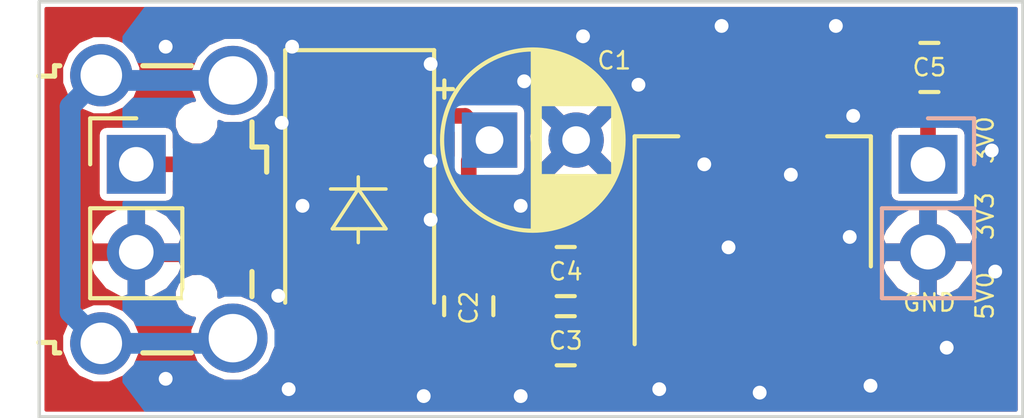
<source format=kicad_pcb>
(kicad_pcb (version 20171130) (host pcbnew "(5.0.1-3-g963ef8bb5)")

  (general
    (thickness 1.6)
    (drawings 14)
    (tracks 58)
    (zones 0)
    (modules 10)
    (nets 5)
  )

  (page A4)
  (layers
    (0 F.Cu signal)
    (31 B.Cu signal)
    (32 B.Adhes user hide)
    (33 F.Adhes user hide)
    (34 B.Paste user hide)
    (35 F.Paste user hide)
    (36 B.SilkS user)
    (37 F.SilkS user)
    (38 B.Mask user hide)
    (39 F.Mask user hide)
    (40 Dwgs.User user)
    (41 Cmts.User user)
    (42 Eco1.User user)
    (43 Eco2.User user)
    (44 Edge.Cuts user)
    (45 Margin user)
    (46 B.CrtYd user)
    (47 F.CrtYd user)
    (48 B.Fab user)
    (49 F.Fab user)
  )

  (setup
    (last_trace_width 0.45)
    (trace_clearance 0.2)
    (zone_clearance 0.1)
    (zone_45_only yes)
    (trace_min 0.2)
    (segment_width 0.1)
    (edge_width 0.1)
    (via_size 0.8)
    (via_drill 0.4)
    (via_min_size 0.4)
    (via_min_drill 0.3)
    (uvia_size 0.3)
    (uvia_drill 0.1)
    (uvias_allowed no)
    (uvia_min_size 0.2)
    (uvia_min_drill 0.1)
    (pcb_text_width 0.3)
    (pcb_text_size 1.5 1.5)
    (mod_edge_width 0.15)
    (mod_text_size 1 1)
    (mod_text_width 0.15)
    (pad_size 2 1.5)
    (pad_drill 0)
    (pad_to_mask_clearance 0.0508)
    (solder_mask_min_width 0.25)
    (aux_axis_origin 0 0)
    (visible_elements FFFFFF7F)
    (pcbplotparams
      (layerselection 0x010fc_ffffffff)
      (usegerberextensions false)
      (usegerberattributes false)
      (usegerberadvancedattributes false)
      (creategerberjobfile false)
      (excludeedgelayer true)
      (linewidth 0.100000)
      (plotframeref false)
      (viasonmask false)
      (mode 1)
      (useauxorigin false)
      (hpglpennumber 1)
      (hpglpenspeed 20)
      (hpglpendiameter 15.000000)
      (psnegative false)
      (psa4output false)
      (plotreference true)
      (plotvalue true)
      (plotinvisibletext false)
      (padsonsilk false)
      (subtractmaskfromsilk false)
      (outputformat 1)
      (mirror false)
      (drillshape 1)
      (scaleselection 1)
      (outputdirectory ""))
  )

  (net 0 "")
  (net 1 "Net-(C1-Pad1)")
  (net 2 GND)
  (net 3 "Net-(C5-Pad1)")
  (net 4 "Net-(SHIELD1-Pad1)")

  (net_class Default "This is the default net class."
    (clearance 0.2)
    (trace_width 0.45)
    (via_dia 0.8)
    (via_drill 0.4)
    (uvia_dia 0.3)
    (uvia_drill 0.1)
    (add_net GND)
    (add_net "Net-(C1-Pad1)")
    (add_net "Net-(C5-Pad1)")
    (add_net "Net-(SHIELD1-Pad1)")
  )

  (module Package_TO_SOT_SMD:SOT-223-3_TabPin2 (layer F.Cu) (tedit 5C5F0077) (tstamp 5C10BCF1)
    (at 141.7 119.8 90)
    (descr "module CMS SOT223 4 pins")
    (tags "CMS SOT")
    (path /5B60B014)
    (attr smd)
    (fp_text reference U1 (at 0 -4.5 90) (layer F.SilkS) hide
      (effects (font (size 0.5 0.5) (thickness 0.07)))
    )
    (fp_text value LDL1117S (at 0 4.5 90) (layer F.Fab) hide
      (effects (font (size 1 1) (thickness 0.15)))
    )
    (fp_text user %R (at 0 0 -180) (layer F.Fab) hide
      (effects (font (size 0.8 0.8) (thickness 0.12)))
    )
    (fp_line (start 1.91 3.41) (end 1.91 2.15) (layer F.SilkS) (width 0.12))
    (fp_line (start 1.91 -3.41) (end 1.91 -2.15) (layer F.SilkS) (width 0.12))
    (fp_line (start 4.4 -3.6) (end -4.4 -3.6) (layer F.CrtYd) (width 0.05))
    (fp_line (start 4.4 3.6) (end 4.4 -3.6) (layer F.CrtYd) (width 0.05))
    (fp_line (start -4.4 3.6) (end 4.4 3.6) (layer F.CrtYd) (width 0.05))
    (fp_line (start -4.4 -3.6) (end -4.4 3.6) (layer F.CrtYd) (width 0.05))
    (fp_line (start -1.85 -2.35) (end -0.85 -3.35) (layer F.Fab) (width 0.1))
    (fp_line (start -1.85 -2.35) (end -1.85 3.35) (layer F.Fab) (width 0.1))
    (fp_line (start -1.85 3.41) (end 1.91 3.41) (layer F.SilkS) (width 0.12))
    (fp_line (start -0.85 -3.35) (end 1.85 -3.35) (layer F.Fab) (width 0.1))
    (fp_line (start -4.1 -3.41) (end 1.91 -3.41) (layer F.SilkS) (width 0.12))
    (fp_line (start -1.85 3.35) (end 1.85 3.35) (layer F.Fab) (width 0.1))
    (fp_line (start 1.85 -3.35) (end 1.85 3.35) (layer F.Fab) (width 0.1))
    (pad 2 smd rect (at 3.15 0 90) (size 2 3.8) (layers F.Cu F.Paste F.Mask)
      (net 3 "Net-(C5-Pad1)"))
    (pad 2 smd rect (at -3.15 0 90) (size 2 1.5) (layers F.Cu F.Paste F.Mask))
    (pad 3 smd rect (at -3.15 2.3 90) (size 2 1.5) (layers F.Cu F.Paste F.Mask)
      (net 1 "Net-(C1-Pad1)"))
    (pad 1 smd rect (at -3.15 -2.3 90) (size 2 1.5) (layers F.Cu F.Paste F.Mask)
      (net 2 GND))
    (model ${KISYS3DMOD}/Package_TO_SOT_SMD.3dshapes/SOT-223.wrl
      (at (xyz 0 0 0))
      (scale (xyz 1 1 1))
      (rotate (xyz 0 0 0))
    )
  )

  (module Capacitor_SMD:C_0805_2012Metric_Pad1.15x1.40mm_HandSolder (layer F.Cu) (tedit 5C04FFFB) (tstamp 5C20491B)
    (at 136.3 121.8)
    (descr "Capacitor SMD 0805 (2012 Metric), square (rectangular) end terminal, IPC_7351 nominal with elongated pad for handsoldering. (Body size source: https://docs.google.com/spreadsheets/d/1BsfQQcO9C6DZCsRaXUlFlo91Tg2WpOkGARC1WS5S8t0/edit?usp=sharing), generated with kicad-footprint-generator")
    (tags "capacitor handsolder")
    (path /5B5E124E)
    (attr smd)
    (fp_text reference C4 (at 0 0 -180) (layer F.SilkS)
      (effects (font (size 0.5 0.5) (thickness 0.07)))
    )
    (fp_text value 1nF (at 0 1.65) (layer F.Fab) hide
      (effects (font (size 1 1) (thickness 0.15)))
    )
    (fp_text user %R (at 0 0) (layer F.Fab) hide
      (effects (font (size 0.5 0.5) (thickness 0.08)))
    )
    (fp_line (start 1.85 0.95) (end -1.85 0.95) (layer F.CrtYd) (width 0.05))
    (fp_line (start 1.85 -0.95) (end 1.85 0.95) (layer F.CrtYd) (width 0.05))
    (fp_line (start -1.85 -0.95) (end 1.85 -0.95) (layer F.CrtYd) (width 0.05))
    (fp_line (start -1.85 0.95) (end -1.85 -0.95) (layer F.CrtYd) (width 0.05))
    (fp_line (start -0.261252 0.71) (end 0.261252 0.71) (layer F.SilkS) (width 0.12))
    (fp_line (start -0.261252 -0.71) (end 0.261252 -0.71) (layer F.SilkS) (width 0.12))
    (fp_line (start 1 0.6) (end -1 0.6) (layer F.Fab) (width 0.1))
    (fp_line (start 1 -0.6) (end 1 0.6) (layer F.Fab) (width 0.1))
    (fp_line (start -1 -0.6) (end 1 -0.6) (layer F.Fab) (width 0.1))
    (fp_line (start -1 0.6) (end -1 -0.6) (layer F.Fab) (width 0.1))
    (pad 2 smd roundrect (at 1.025 0) (size 1.15 1.4) (layers F.Cu F.Paste F.Mask) (roundrect_rratio 0.217391)
      (net 2 GND))
    (pad 1 smd roundrect (at -1.025 0) (size 1.15 1.4) (layers F.Cu F.Paste F.Mask) (roundrect_rratio 0.217391)
      (net 1 "Net-(C1-Pad1)"))
    (model ${KISYS3DMOD}/Capacitor_SMD.3dshapes/C_0805_2012Metric.wrl
      (at (xyz 0 0 0))
      (scale (xyz 1 1 1))
      (rotate (xyz 0 0 0))
    )
  )

  (module Connector_PinHeader_2.54mm:PinHeader_1x02_P2.54mm_Vertical locked (layer B.Cu) (tedit 5C051B29) (tstamp 5C10BC9D)
    (at 146.76 118.7 180)
    (descr "Through hole straight pin header, 1x02, 2.54mm pitch, single row")
    (tags "Through hole pin header THT 1x02 2.54mm single row")
    (path /5B5E164D)
    (fp_text reference POWER1 (at 0 1.8 180) (layer B.SilkS) hide
      (effects (font (size 0.5 0.5) (thickness 0.07)) (justify mirror))
    )
    (fp_text value Conn_01x02_Female (at 0 -4.87 180) (layer B.Fab) hide
      (effects (font (size 1 1) (thickness 0.15)) (justify mirror))
    )
    (fp_line (start -0.635 1.27) (end 1.27 1.27) (layer B.Fab) (width 0.1))
    (fp_line (start 1.27 1.27) (end 1.27 -3.81) (layer B.Fab) (width 0.1))
    (fp_line (start 1.27 -3.81) (end -1.27 -3.81) (layer B.Fab) (width 0.1))
    (fp_line (start -1.27 -3.81) (end -1.27 0.635) (layer B.Fab) (width 0.1))
    (fp_line (start -1.27 0.635) (end -0.635 1.27) (layer B.Fab) (width 0.1))
    (fp_line (start -1.33 -3.87) (end 1.33 -3.87) (layer B.SilkS) (width 0.12))
    (fp_line (start -1.33 -1.27) (end -1.33 -3.87) (layer B.SilkS) (width 0.12))
    (fp_line (start 1.33 -1.27) (end 1.33 -3.87) (layer B.SilkS) (width 0.12))
    (fp_line (start -1.33 -1.27) (end 1.33 -1.27) (layer B.SilkS) (width 0.12))
    (fp_line (start -1.33 0) (end -1.33 1.33) (layer B.SilkS) (width 0.12))
    (fp_line (start -1.33 1.33) (end 0 1.33) (layer B.SilkS) (width 0.12))
    (fp_line (start -1.8 1.8) (end -1.8 -4.35) (layer B.CrtYd) (width 0.05))
    (fp_line (start -1.8 -4.35) (end 1.8 -4.35) (layer B.CrtYd) (width 0.05))
    (fp_line (start 1.8 -4.35) (end 1.8 1.8) (layer B.CrtYd) (width 0.05))
    (fp_line (start 1.8 1.8) (end -1.8 1.8) (layer B.CrtYd) (width 0.05))
    (fp_text user %R (at 0 -1.27 90) (layer B.Fab) hide
      (effects (font (size 1 1) (thickness 0.15)) (justify mirror))
    )
    (pad 1 thru_hole rect (at 0 0 180) (size 1.7 1.7) (drill 1) (layers *.Cu *.Mask)
      (net 3 "Net-(C5-Pad1)"))
    (pad 2 thru_hole oval (at 0 -2.54 180) (size 1.7 1.7) (drill 1) (layers *.Cu *.Mask)
      (net 2 GND))
    (model ${KISYS3DMOD}/Connector_PinHeader_2.54mm.3dshapes/PinHeader_1x02_P2.54mm_Vertical.wrl
      (at (xyz 0 0 0))
      (scale (xyz 1 1 1))
      (rotate (xyz 0 0 0))
    )
  )

  (module Capacitor_SMD:C_0805_2012Metric_Pad1.15x1.40mm_HandSolder (layer F.Cu) (tedit 5C0460DC) (tstamp 5C10BC85)
    (at 146.8 115.9)
    (descr "Capacitor SMD 0805 (2012 Metric), square (rectangular) end terminal, IPC_7351 nominal with elongated pad for handsoldering. (Body size source: https://docs.google.com/spreadsheets/d/1BsfQQcO9C6DZCsRaXUlFlo91Tg2WpOkGARC1WS5S8t0/edit?usp=sharing), generated with kicad-footprint-generator")
    (tags "capacitor handsolder")
    (path /5B60C803)
    (attr smd)
    (fp_text reference C5 (at 0 0) (layer F.SilkS)
      (effects (font (size 0.5 0.5) (thickness 0.07)))
    )
    (fp_text value 4.7uF (at 0 1.65) (layer F.Fab) hide
      (effects (font (size 1 1) (thickness 0.15)))
    )
    (fp_line (start -1 0.6) (end -1 -0.6) (layer F.Fab) (width 0.1))
    (fp_line (start -1 -0.6) (end 1 -0.6) (layer F.Fab) (width 0.1))
    (fp_line (start 1 -0.6) (end 1 0.6) (layer F.Fab) (width 0.1))
    (fp_line (start 1 0.6) (end -1 0.6) (layer F.Fab) (width 0.1))
    (fp_line (start -0.261252 -0.71) (end 0.261252 -0.71) (layer F.SilkS) (width 0.12))
    (fp_line (start -0.261252 0.71) (end 0.261252 0.71) (layer F.SilkS) (width 0.12))
    (fp_line (start -1.85 0.95) (end -1.85 -0.95) (layer F.CrtYd) (width 0.05))
    (fp_line (start -1.85 -0.95) (end 1.85 -0.95) (layer F.CrtYd) (width 0.05))
    (fp_line (start 1.85 -0.95) (end 1.85 0.95) (layer F.CrtYd) (width 0.05))
    (fp_line (start 1.85 0.95) (end -1.85 0.95) (layer F.CrtYd) (width 0.05))
    (fp_text user %R (at 0 0) (layer F.Fab) hide
      (effects (font (size 0.5 0.5) (thickness 0.08)))
    )
    (pad 1 smd roundrect (at -1.025 0) (size 1.15 1.4) (layers F.Cu F.Paste F.Mask) (roundrect_rratio 0.217391)
      (net 3 "Net-(C5-Pad1)"))
    (pad 2 smd roundrect (at 1.025 0) (size 1.15 1.4) (layers F.Cu F.Paste F.Mask) (roundrect_rratio 0.217391)
      (net 2 GND))
    (model ${KISYS3DMOD}/Capacitor_SMD.3dshapes/C_0805_2012Metric.wrl
      (at (xyz 0 0 0))
      (scale (xyz 1 1 1))
      (rotate (xyz 0 0 0))
    )
  )

  (module Diode_SMD:D_SMB_Handsoldering (layer F.Cu) (tedit 5C045B9E) (tstamp 5C10BC86)
    (at 130.35 120 270)
    (descr "Diode SMB (DO-214AA) Handsoldering")
    (tags "Diode SMB (DO-214AA) Handsoldering")
    (path /5B5E135C)
    (attr smd)
    (fp_text reference D1 (at 0 -3 270) (layer F.SilkS) hide
      (effects (font (size 1 1) (thickness 0.15)))
    )
    (fp_text value D_TVS (at 0 3 270) (layer F.Fab) hide
      (effects (font (size 1 1) (thickness 0.15)))
    )
    (fp_text user %R (at 0 -3 270) (layer F.Fab) hide
      (effects (font (size 1 1) (thickness 0.15)))
    )
    (fp_line (start -4.6 -2.15) (end -4.6 2.15) (layer F.SilkS) (width 0.12))
    (fp_line (start 2.3 2) (end -2.3 2) (layer F.Fab) (width 0.1))
    (fp_line (start -2.3 2) (end -2.3 -2) (layer F.Fab) (width 0.1))
    (fp_line (start 2.3 -2) (end 2.3 2) (layer F.Fab) (width 0.1))
    (fp_line (start 2.3 -2) (end -2.3 -2) (layer F.Fab) (width 0.1))
    (fp_line (start -4.7 -2.25) (end 4.7 -2.25) (layer F.CrtYd) (width 0.05))
    (fp_line (start 4.7 -2.25) (end 4.7 2.25) (layer F.CrtYd) (width 0.05))
    (fp_line (start 4.7 2.25) (end -4.7 2.25) (layer F.CrtYd) (width 0.05))
    (fp_line (start -4.7 2.25) (end -4.7 -2.25) (layer F.CrtYd) (width 0.05))
    (fp_line (start -0.64944 0.00102) (end -1.55114 0.00102) (layer F.Fab) (width 0.1))
    (fp_line (start 0.50118 0.00102) (end 1.4994 0.00102) (layer F.Fab) (width 0.1))
    (fp_line (start -0.64944 -0.79908) (end -0.64944 0.80112) (layer F.Fab) (width 0.1))
    (fp_line (start 0.50118 0.75032) (end 0.50118 -0.79908) (layer F.Fab) (width 0.1))
    (fp_line (start -0.64944 0.00102) (end 0.50118 0.75032) (layer F.Fab) (width 0.1))
    (fp_line (start -0.64944 0.00102) (end 0.50118 -0.79908) (layer F.Fab) (width 0.1))
    (fp_line (start -4.6 2.15) (end 2.7 2.15) (layer F.SilkS) (width 0.12))
    (fp_line (start -4.6 -2.15) (end 2.7 -2.15) (layer F.SilkS) (width 0.12))
    (pad 1 smd rect (at -2.7 0 270) (size 3.5 2.3) (layers F.Cu F.Paste F.Mask)
      (net 1 "Net-(C1-Pad1)"))
    (pad 2 smd rect (at 2.7 0 270) (size 3.5 2.3) (layers F.Cu F.Paste F.Mask)
      (net 2 GND))
    (model ${KISYS3DMOD}/Diode_SMD.3dshapes/D_SMB.wrl
      (at (xyz 0 0 0))
      (scale (xyz 1 1 1))
      (rotate (xyz 0 0 0))
    )
  )

  (module Connector_USB:USB_Micro-B_Wuerth_629105150521_CircularHoles locked (layer F.Cu) (tedit 5C268D52) (tstamp 5C10BCF2)
    (at 124.841 120 270)
    (descr "USB Micro-B receptacle, http://www.mouser.com/ds/2/445/629105150521-469306.pdf")
    (tags "usb micro receptacle")
    (path /5B5E189A)
    (attr smd)
    (fp_text reference USB1 (at 4 0.091 270) (layer F.SilkS) hide
      (effects (font (size 1 1) (thickness 0.15)))
    )
    (fp_text value Wuerth_629105150521 (at 0 5.6 270) (layer F.Fab) hide
      (effects (font (size 1 1) (thickness 0.15)))
    )
    (fp_line (start -4 -2.25) (end -4 3.15) (layer F.Fab) (width 0.15))
    (fp_line (start -4 3.15) (end -3.7 3.15) (layer F.Fab) (width 0.15))
    (fp_line (start -3.7 3.15) (end -3.7 4.35) (layer F.Fab) (width 0.15))
    (fp_line (start -3.7 4.35) (end 3.7 4.35) (layer F.Fab) (width 0.15))
    (fp_line (start 3.7 4.35) (end 3.7 3.15) (layer F.Fab) (width 0.15))
    (fp_line (start 3.7 3.15) (end 4 3.15) (layer F.Fab) (width 0.15))
    (fp_line (start 4 3.15) (end 4 -2.25) (layer F.Fab) (width 0.15))
    (fp_line (start 4 -2.25) (end -4 -2.25) (layer F.Fab) (width 0.15))
    (fp_line (start -2.7 3.75) (end 2.7 3.75) (layer F.Fab) (width 0.15))
    (fp_line (start -1.075 -2.725) (end -1.3 -2.55) (layer F.Fab) (width 0.15))
    (fp_line (start -1.3 -2.55) (end -1.525 -2.725) (layer F.Fab) (width 0.15))
    (fp_line (start -1.525 -2.725) (end -1.525 -2.95) (layer F.Fab) (width 0.15))
    (fp_line (start -1.525 -2.95) (end -1.075 -2.95) (layer F.Fab) (width 0.15))
    (fp_line (start -1.075 -2.95) (end -1.075 -2.725) (layer F.Fab) (width 0.15))
    (fp_line (start -4.15 -0.65) (end -4.15 0.75) (layer F.SilkS) (width 0.15))
    (fp_line (start -4.15 3.15) (end -4.15 3.3) (layer F.SilkS) (width 0.15))
    (fp_line (start -4.15 3.3) (end -3.85 3.3) (layer F.SilkS) (width 0.15))
    (fp_line (start -3.85 3.3) (end -3.85 3.75) (layer F.SilkS) (width 0.15))
    (fp_line (start 3.85 3.75) (end 3.85 3.3) (layer F.SilkS) (width 0.15))
    (fp_line (start 3.85 3.3) (end 4.15 3.3) (layer F.SilkS) (width 0.15))
    (fp_line (start 4.15 3.3) (end 4.15 3.15) (layer F.SilkS) (width 0.15))
    (fp_line (start 4.15 0.75) (end 4.15 -0.65) (layer F.SilkS) (width 0.15))
    (fp_line (start -1.075 -2.825) (end -1.8 -2.825) (layer F.SilkS) (width 0.15))
    (fp_line (start -1.8 -2.825) (end -1.8 -2.4) (layer F.SilkS) (width 0.15))
    (fp_line (start -1.8 -2.4) (end -2.525 -2.4) (layer F.SilkS) (width 0.15))
    (fp_line (start 1.8 -2.4) (end 2.525 -2.4) (layer F.SilkS) (width 0.15))
    (fp_line (start -5.27 -3.34) (end -5.27 4.85) (layer F.CrtYd) (width 0.05))
    (fp_line (start -5.27 4.85) (end 5.28 4.85) (layer F.CrtYd) (width 0.05))
    (fp_line (start 5.28 4.85) (end 5.28 -3.34) (layer F.CrtYd) (width 0.05))
    (fp_line (start 5.28 -3.34) (end -5.27 -3.34) (layer F.CrtYd) (width 0.05))
    (fp_text user %R (at 0 1.05 270) (layer F.Fab) hide
      (effects (font (size 1 1) (thickness 0.15)))
    )
    (fp_text user "PCB Edge" (at 0 3.75 270) (layer Dwgs.User)
      (effects (font (size 0.5 0.5) (thickness 0.08)))
    )
    (pad 1 smd rect (at -1.3 -1.9 270) (size 0.45 1.3) (layers F.Cu F.Paste F.Mask)
      (net 1 "Net-(C1-Pad1)"))
    (pad 2 smd rect (at -0.65 -1.9 270) (size 0.45 1.3) (layers F.Cu F.Paste F.Mask))
    (pad 3 smd rect (at 0 -1.9 270) (size 0.45 1.3) (layers F.Cu F.Paste F.Mask))
    (pad 4 smd rect (at 0.65 -1.9 270) (size 0.45 1.3) (layers F.Cu F.Paste F.Mask))
    (pad 5 smd rect (at 1.3 -1.9 270) (size 0.45 1.3) (layers F.Cu F.Paste F.Mask)
      (net 2 GND))
    (pad 6 thru_hole circle (at -3.725 -1.85 270) (size 2 2) (drill 1.4) (layers *.Cu *.Mask)
      (net 4 "Net-(SHIELD1-Pad1)"))
    (pad 6 thru_hole circle (at 3.725 -1.85 270) (size 2 2) (drill 1.4) (layers *.Cu *.Mask)
      (net 4 "Net-(SHIELD1-Pad1)"))
    (pad 6 thru_hole circle (at -3.875 1.95 270) (size 1.8 1.8) (drill 1.2) (layers *.Cu *.Mask)
      (net 4 "Net-(SHIELD1-Pad1)"))
    (pad 6 thru_hole circle (at 3.875 1.95 270) (size 1.8 1.8) (drill 1.2) (layers *.Cu *.Mask)
      (net 4 "Net-(SHIELD1-Pad1)"))
    (pad "" np_thru_hole circle (at -2.5 -0.8 270) (size 0.8 0.8) (drill 0.8) (layers *.Cu *.Mask))
    (pad "" np_thru_hole circle (at 2.5 -0.8 270) (size 0.8 0.8) (drill 0.8) (layers *.Cu *.Mask))
    (model ${KISYS3DMOD}/Connector_USB.3dshapes/USB_Micro-B_Wuerth_629105150521_CircularHoles.wrl
      (at (xyz 0 0 0))
      (scale (xyz 1 1 1))
      (rotate (xyz 0 0 0))
    )
  )

  (module Capacitor_SMD:C_0805_2012Metric_Pad1.15x1.40mm_HandSolder (layer F.Cu) (tedit 5C04F1B7) (tstamp 5C2048FB)
    (at 133.5 122.8 270)
    (descr "Capacitor SMD 0805 (2012 Metric), square (rectangular) end terminal, IPC_7351 nominal with elongated pad for handsoldering. (Body size source: https://docs.google.com/spreadsheets/d/1BsfQQcO9C6DZCsRaXUlFlo91Tg2WpOkGARC1WS5S8t0/edit?usp=sharing), generated with kicad-footprint-generator")
    (tags "capacitor handsolder")
    (path /5C0465F8)
    (attr smd)
    (fp_text reference C2 (at 0.05 0 270) (layer F.SilkS)
      (effects (font (size 0.5 0.5) (thickness 0.07)))
    )
    (fp_text value 1uF (at 0 1.65 270) (layer F.Fab) hide
      (effects (font (size 1 1) (thickness 0.15)))
    )
    (fp_text user %R (at 0 0 270) (layer F.Fab) hide
      (effects (font (size 0.5 0.5) (thickness 0.08)))
    )
    (fp_line (start 1.85 0.95) (end -1.85 0.95) (layer F.CrtYd) (width 0.05))
    (fp_line (start 1.85 -0.95) (end 1.85 0.95) (layer F.CrtYd) (width 0.05))
    (fp_line (start -1.85 -0.95) (end 1.85 -0.95) (layer F.CrtYd) (width 0.05))
    (fp_line (start -1.85 0.95) (end -1.85 -0.95) (layer F.CrtYd) (width 0.05))
    (fp_line (start -0.261252 0.71) (end 0.261252 0.71) (layer F.SilkS) (width 0.12))
    (fp_line (start -0.261252 -0.71) (end 0.261252 -0.71) (layer F.SilkS) (width 0.12))
    (fp_line (start 1 0.6) (end -1 0.6) (layer F.Fab) (width 0.1))
    (fp_line (start 1 -0.6) (end 1 0.6) (layer F.Fab) (width 0.1))
    (fp_line (start -1 -0.6) (end 1 -0.6) (layer F.Fab) (width 0.1))
    (fp_line (start -1 0.6) (end -1 -0.6) (layer F.Fab) (width 0.1))
    (pad 2 smd roundrect (at 1.025 0 270) (size 1.15 1.4) (layers F.Cu F.Paste F.Mask) (roundrect_rratio 0.217391)
      (net 2 GND))
    (pad 1 smd roundrect (at -1.025 0 270) (size 1.15 1.4) (layers F.Cu F.Paste F.Mask) (roundrect_rratio 0.217391)
      (net 1 "Net-(C1-Pad1)"))
    (model ${KISYS3DMOD}/Capacitor_SMD.3dshapes/C_0805_2012Metric.wrl
      (at (xyz 0 0 0))
      (scale (xyz 1 1 1))
      (rotate (xyz 0 0 0))
    )
  )

  (module Capacitor_SMD:C_0805_2012Metric_Pad1.15x1.40mm_HandSolder (layer F.Cu) (tedit 5C04F1B0) (tstamp 5C20490B)
    (at 136.3 123.8)
    (descr "Capacitor SMD 0805 (2012 Metric), square (rectangular) end terminal, IPC_7351 nominal with elongated pad for handsoldering. (Body size source: https://docs.google.com/spreadsheets/d/1BsfQQcO9C6DZCsRaXUlFlo91Tg2WpOkGARC1WS5S8t0/edit?usp=sharing), generated with kicad-footprint-generator")
    (tags "capacitor handsolder")
    (path /5B5E1202)
    (attr smd)
    (fp_text reference C3 (at 0 0 -180) (layer F.SilkS)
      (effects (font (size 0.5 0.5) (thickness 0.07)))
    )
    (fp_text value 100nF (at 0 1.65) (layer F.Fab) hide
      (effects (font (size 1 1) (thickness 0.15)))
    )
    (fp_text user %R (at 0 0) (layer F.Fab) hide
      (effects (font (size 0.5 0.5) (thickness 0.08)))
    )
    (fp_line (start 1.85 0.95) (end -1.85 0.95) (layer F.CrtYd) (width 0.05))
    (fp_line (start 1.85 -0.95) (end 1.85 0.95) (layer F.CrtYd) (width 0.05))
    (fp_line (start -1.85 -0.95) (end 1.85 -0.95) (layer F.CrtYd) (width 0.05))
    (fp_line (start -1.85 0.95) (end -1.85 -0.95) (layer F.CrtYd) (width 0.05))
    (fp_line (start -0.261252 0.71) (end 0.261252 0.71) (layer F.SilkS) (width 0.12))
    (fp_line (start -0.261252 -0.71) (end 0.261252 -0.71) (layer F.SilkS) (width 0.12))
    (fp_line (start 1 0.6) (end -1 0.6) (layer F.Fab) (width 0.1))
    (fp_line (start 1 -0.6) (end 1 0.6) (layer F.Fab) (width 0.1))
    (fp_line (start -1 -0.6) (end 1 -0.6) (layer F.Fab) (width 0.1))
    (fp_line (start -1 0.6) (end -1 -0.6) (layer F.Fab) (width 0.1))
    (pad 2 smd roundrect (at 1.025 0) (size 1.15 1.4) (layers F.Cu F.Paste F.Mask) (roundrect_rratio 0.217391)
      (net 2 GND))
    (pad 1 smd roundrect (at -1.025 0) (size 1.15 1.4) (layers F.Cu F.Paste F.Mask) (roundrect_rratio 0.217391)
      (net 1 "Net-(C1-Pad1)"))
    (model ${KISYS3DMOD}/Capacitor_SMD.3dshapes/C_0805_2012Metric.wrl
      (at (xyz 0 0 0))
      (scale (xyz 1 1 1))
      (rotate (xyz 0 0 0))
    )
  )

  (module Capacitor_THT:CP_Radial_D5.0mm_P2.50mm (layer F.Cu) (tedit 5C5EF651) (tstamp 5C5F5607)
    (at 134.1 118)
    (descr "CP, Radial series, Radial, pin pitch=2.50mm, , diameter=5mm, Electrolytic Capacitor")
    (tags "CP Radial series Radial pin pitch 2.50mm  diameter 5mm Electrolytic Capacitor")
    (path /5B5E11CC)
    (fp_text reference C1 (at 3.6 -2.3) (layer F.SilkS)
      (effects (font (size 0.5 0.5) (thickness 0.07)))
    )
    (fp_text value 100u (at 1.25 3.75) (layer F.Fab) hide
      (effects (font (size 1 1) (thickness 0.15)))
    )
    (fp_circle (center 1.25 0) (end 3.75 0) (layer F.Fab) (width 0.1))
    (fp_circle (center 1.25 0) (end 3.87 0) (layer F.SilkS) (width 0.12))
    (fp_circle (center 1.25 0) (end 4 0) (layer F.CrtYd) (width 0.05))
    (fp_line (start -0.883605 -1.0875) (end -0.383605 -1.0875) (layer F.Fab) (width 0.1))
    (fp_line (start -0.633605 -1.3375) (end -0.633605 -0.8375) (layer F.Fab) (width 0.1))
    (fp_line (start 1.25 -2.58) (end 1.25 2.58) (layer F.SilkS) (width 0.12))
    (fp_line (start 1.29 -2.58) (end 1.29 2.58) (layer F.SilkS) (width 0.12))
    (fp_line (start 1.33 -2.579) (end 1.33 2.579) (layer F.SilkS) (width 0.12))
    (fp_line (start 1.37 -2.578) (end 1.37 2.578) (layer F.SilkS) (width 0.12))
    (fp_line (start 1.41 -2.576) (end 1.41 2.576) (layer F.SilkS) (width 0.12))
    (fp_line (start 1.45 -2.573) (end 1.45 2.573) (layer F.SilkS) (width 0.12))
    (fp_line (start 1.49 -2.569) (end 1.49 -1.04) (layer F.SilkS) (width 0.12))
    (fp_line (start 1.49 1.04) (end 1.49 2.569) (layer F.SilkS) (width 0.12))
    (fp_line (start 1.53 -2.565) (end 1.53 -1.04) (layer F.SilkS) (width 0.12))
    (fp_line (start 1.53 1.04) (end 1.53 2.565) (layer F.SilkS) (width 0.12))
    (fp_line (start 1.57 -2.561) (end 1.57 -1.04) (layer F.SilkS) (width 0.12))
    (fp_line (start 1.57 1.04) (end 1.57 2.561) (layer F.SilkS) (width 0.12))
    (fp_line (start 1.61 -2.556) (end 1.61 -1.04) (layer F.SilkS) (width 0.12))
    (fp_line (start 1.61 1.04) (end 1.61 2.556) (layer F.SilkS) (width 0.12))
    (fp_line (start 1.65 -2.55) (end 1.65 -1.04) (layer F.SilkS) (width 0.12))
    (fp_line (start 1.65 1.04) (end 1.65 2.55) (layer F.SilkS) (width 0.12))
    (fp_line (start 1.69 -2.543) (end 1.69 -1.04) (layer F.SilkS) (width 0.12))
    (fp_line (start 1.69 1.04) (end 1.69 2.543) (layer F.SilkS) (width 0.12))
    (fp_line (start 1.73 -2.536) (end 1.73 -1.04) (layer F.SilkS) (width 0.12))
    (fp_line (start 1.73 1.04) (end 1.73 2.536) (layer F.SilkS) (width 0.12))
    (fp_line (start 1.77 -2.528) (end 1.77 -1.04) (layer F.SilkS) (width 0.12))
    (fp_line (start 1.77 1.04) (end 1.77 2.528) (layer F.SilkS) (width 0.12))
    (fp_line (start 1.81 -2.52) (end 1.81 -1.04) (layer F.SilkS) (width 0.12))
    (fp_line (start 1.81 1.04) (end 1.81 2.52) (layer F.SilkS) (width 0.12))
    (fp_line (start 1.85 -2.511) (end 1.85 -1.04) (layer F.SilkS) (width 0.12))
    (fp_line (start 1.85 1.04) (end 1.85 2.511) (layer F.SilkS) (width 0.12))
    (fp_line (start 1.89 -2.501) (end 1.89 -1.04) (layer F.SilkS) (width 0.12))
    (fp_line (start 1.89 1.04) (end 1.89 2.501) (layer F.SilkS) (width 0.12))
    (fp_line (start 1.93 -2.491) (end 1.93 -1.04) (layer F.SilkS) (width 0.12))
    (fp_line (start 1.93 1.04) (end 1.93 2.491) (layer F.SilkS) (width 0.12))
    (fp_line (start 1.971 -2.48) (end 1.971 -1.04) (layer F.SilkS) (width 0.12))
    (fp_line (start 1.971 1.04) (end 1.971 2.48) (layer F.SilkS) (width 0.12))
    (fp_line (start 2.011 -2.468) (end 2.011 -1.04) (layer F.SilkS) (width 0.12))
    (fp_line (start 2.011 1.04) (end 2.011 2.468) (layer F.SilkS) (width 0.12))
    (fp_line (start 2.051 -2.455) (end 2.051 -1.04) (layer F.SilkS) (width 0.12))
    (fp_line (start 2.051 1.04) (end 2.051 2.455) (layer F.SilkS) (width 0.12))
    (fp_line (start 2.091 -2.442) (end 2.091 -1.04) (layer F.SilkS) (width 0.12))
    (fp_line (start 2.091 1.04) (end 2.091 2.442) (layer F.SilkS) (width 0.12))
    (fp_line (start 2.131 -2.428) (end 2.131 -1.04) (layer F.SilkS) (width 0.12))
    (fp_line (start 2.131 1.04) (end 2.131 2.428) (layer F.SilkS) (width 0.12))
    (fp_line (start 2.171 -2.414) (end 2.171 -1.04) (layer F.SilkS) (width 0.12))
    (fp_line (start 2.171 1.04) (end 2.171 2.414) (layer F.SilkS) (width 0.12))
    (fp_line (start 2.211 -2.398) (end 2.211 -1.04) (layer F.SilkS) (width 0.12))
    (fp_line (start 2.211 1.04) (end 2.211 2.398) (layer F.SilkS) (width 0.12))
    (fp_line (start 2.251 -2.382) (end 2.251 -1.04) (layer F.SilkS) (width 0.12))
    (fp_line (start 2.251 1.04) (end 2.251 2.382) (layer F.SilkS) (width 0.12))
    (fp_line (start 2.291 -2.365) (end 2.291 -1.04) (layer F.SilkS) (width 0.12))
    (fp_line (start 2.291 1.04) (end 2.291 2.365) (layer F.SilkS) (width 0.12))
    (fp_line (start 2.331 -2.348) (end 2.331 -1.04) (layer F.SilkS) (width 0.12))
    (fp_line (start 2.331 1.04) (end 2.331 2.348) (layer F.SilkS) (width 0.12))
    (fp_line (start 2.371 -2.329) (end 2.371 -1.04) (layer F.SilkS) (width 0.12))
    (fp_line (start 2.371 1.04) (end 2.371 2.329) (layer F.SilkS) (width 0.12))
    (fp_line (start 2.411 -2.31) (end 2.411 -1.04) (layer F.SilkS) (width 0.12))
    (fp_line (start 2.411 1.04) (end 2.411 2.31) (layer F.SilkS) (width 0.12))
    (fp_line (start 2.451 -2.29) (end 2.451 -1.04) (layer F.SilkS) (width 0.12))
    (fp_line (start 2.451 1.04) (end 2.451 2.29) (layer F.SilkS) (width 0.12))
    (fp_line (start 2.491 -2.268) (end 2.491 -1.04) (layer F.SilkS) (width 0.12))
    (fp_line (start 2.491 1.04) (end 2.491 2.268) (layer F.SilkS) (width 0.12))
    (fp_line (start 2.531 -2.247) (end 2.531 -1.04) (layer F.SilkS) (width 0.12))
    (fp_line (start 2.531 1.04) (end 2.531 2.247) (layer F.SilkS) (width 0.12))
    (fp_line (start 2.571 -2.224) (end 2.571 -1.04) (layer F.SilkS) (width 0.12))
    (fp_line (start 2.571 1.04) (end 2.571 2.224) (layer F.SilkS) (width 0.12))
    (fp_line (start 2.611 -2.2) (end 2.611 -1.04) (layer F.SilkS) (width 0.12))
    (fp_line (start 2.611 1.04) (end 2.611 2.2) (layer F.SilkS) (width 0.12))
    (fp_line (start 2.651 -2.175) (end 2.651 -1.04) (layer F.SilkS) (width 0.12))
    (fp_line (start 2.651 1.04) (end 2.651 2.175) (layer F.SilkS) (width 0.12))
    (fp_line (start 2.691 -2.149) (end 2.691 -1.04) (layer F.SilkS) (width 0.12))
    (fp_line (start 2.691 1.04) (end 2.691 2.149) (layer F.SilkS) (width 0.12))
    (fp_line (start 2.731 -2.122) (end 2.731 -1.04) (layer F.SilkS) (width 0.12))
    (fp_line (start 2.731 1.04) (end 2.731 2.122) (layer F.SilkS) (width 0.12))
    (fp_line (start 2.771 -2.095) (end 2.771 -1.04) (layer F.SilkS) (width 0.12))
    (fp_line (start 2.771 1.04) (end 2.771 2.095) (layer F.SilkS) (width 0.12))
    (fp_line (start 2.811 -2.065) (end 2.811 -1.04) (layer F.SilkS) (width 0.12))
    (fp_line (start 2.811 1.04) (end 2.811 2.065) (layer F.SilkS) (width 0.12))
    (fp_line (start 2.851 -2.035) (end 2.851 -1.04) (layer F.SilkS) (width 0.12))
    (fp_line (start 2.851 1.04) (end 2.851 2.035) (layer F.SilkS) (width 0.12))
    (fp_line (start 2.891 -2.004) (end 2.891 -1.04) (layer F.SilkS) (width 0.12))
    (fp_line (start 2.891 1.04) (end 2.891 2.004) (layer F.SilkS) (width 0.12))
    (fp_line (start 2.931 -1.971) (end 2.931 -1.04) (layer F.SilkS) (width 0.12))
    (fp_line (start 2.931 1.04) (end 2.931 1.971) (layer F.SilkS) (width 0.12))
    (fp_line (start 2.971 -1.937) (end 2.971 -1.04) (layer F.SilkS) (width 0.12))
    (fp_line (start 2.971 1.04) (end 2.971 1.937) (layer F.SilkS) (width 0.12))
    (fp_line (start 3.011 -1.901) (end 3.011 -1.04) (layer F.SilkS) (width 0.12))
    (fp_line (start 3.011 1.04) (end 3.011 1.901) (layer F.SilkS) (width 0.12))
    (fp_line (start 3.051 -1.864) (end 3.051 -1.04) (layer F.SilkS) (width 0.12))
    (fp_line (start 3.051 1.04) (end 3.051 1.864) (layer F.SilkS) (width 0.12))
    (fp_line (start 3.091 -1.826) (end 3.091 -1.04) (layer F.SilkS) (width 0.12))
    (fp_line (start 3.091 1.04) (end 3.091 1.826) (layer F.SilkS) (width 0.12))
    (fp_line (start 3.131 -1.785) (end 3.131 -1.04) (layer F.SilkS) (width 0.12))
    (fp_line (start 3.131 1.04) (end 3.131 1.785) (layer F.SilkS) (width 0.12))
    (fp_line (start 3.171 -1.743) (end 3.171 -1.04) (layer F.SilkS) (width 0.12))
    (fp_line (start 3.171 1.04) (end 3.171 1.743) (layer F.SilkS) (width 0.12))
    (fp_line (start 3.211 -1.699) (end 3.211 -1.04) (layer F.SilkS) (width 0.12))
    (fp_line (start 3.211 1.04) (end 3.211 1.699) (layer F.SilkS) (width 0.12))
    (fp_line (start 3.251 -1.653) (end 3.251 -1.04) (layer F.SilkS) (width 0.12))
    (fp_line (start 3.251 1.04) (end 3.251 1.653) (layer F.SilkS) (width 0.12))
    (fp_line (start 3.291 -1.605) (end 3.291 -1.04) (layer F.SilkS) (width 0.12))
    (fp_line (start 3.291 1.04) (end 3.291 1.605) (layer F.SilkS) (width 0.12))
    (fp_line (start 3.331 -1.554) (end 3.331 -1.04) (layer F.SilkS) (width 0.12))
    (fp_line (start 3.331 1.04) (end 3.331 1.554) (layer F.SilkS) (width 0.12))
    (fp_line (start 3.371 -1.5) (end 3.371 -1.04) (layer F.SilkS) (width 0.12))
    (fp_line (start 3.371 1.04) (end 3.371 1.5) (layer F.SilkS) (width 0.12))
    (fp_line (start 3.411 -1.443) (end 3.411 -1.04) (layer F.SilkS) (width 0.12))
    (fp_line (start 3.411 1.04) (end 3.411 1.443) (layer F.SilkS) (width 0.12))
    (fp_line (start 3.451 -1.383) (end 3.451 -1.04) (layer F.SilkS) (width 0.12))
    (fp_line (start 3.451 1.04) (end 3.451 1.383) (layer F.SilkS) (width 0.12))
    (fp_line (start 3.491 -1.319) (end 3.491 -1.04) (layer F.SilkS) (width 0.12))
    (fp_line (start 3.491 1.04) (end 3.491 1.319) (layer F.SilkS) (width 0.12))
    (fp_line (start 3.531 -1.251) (end 3.531 -1.04) (layer F.SilkS) (width 0.12))
    (fp_line (start 3.531 1.04) (end 3.531 1.251) (layer F.SilkS) (width 0.12))
    (fp_line (start 3.571 -1.178) (end 3.571 1.178) (layer F.SilkS) (width 0.12))
    (fp_line (start 3.611 -1.098) (end 3.611 1.098) (layer F.SilkS) (width 0.12))
    (fp_line (start 3.651 -1.011) (end 3.651 1.011) (layer F.SilkS) (width 0.12))
    (fp_line (start 3.691 -0.915) (end 3.691 0.915) (layer F.SilkS) (width 0.12))
    (fp_line (start 3.731 -0.805) (end 3.731 0.805) (layer F.SilkS) (width 0.12))
    (fp_line (start 3.771 -0.677) (end 3.771 0.677) (layer F.SilkS) (width 0.12))
    (fp_line (start 3.811 -0.518) (end 3.811 0.518) (layer F.SilkS) (width 0.12))
    (fp_line (start 3.851 -0.284) (end 3.851 0.284) (layer F.SilkS) (width 0.12))
    (fp_line (start -1.554775 -1.475) (end -1.054775 -1.475) (layer F.SilkS) (width 0.12))
    (fp_line (start -1.304775 -1.725) (end -1.304775 -1.225) (layer F.SilkS) (width 0.12))
    (fp_text user %R (at 1.25 0) (layer F.Fab) hide
      (effects (font (size 1 1) (thickness 0.15)))
    )
    (pad 1 thru_hole rect (at 0 0) (size 1.6 1.6) (drill 0.8) (layers *.Cu *.Mask)
      (net 1 "Net-(C1-Pad1)"))
    (pad 2 thru_hole circle (at 2.5 0) (size 1.6 1.6) (drill 0.8) (layers *.Cu *.Mask)
      (net 2 GND))
    (model ${KISYS3DMOD}/Capacitor_THT.3dshapes/CP_Radial_D5.0mm_P2.50mm.wrl
      (at (xyz 0 0 0))
      (scale (xyz 1 1 1))
      (rotate (xyz 0 0 0))
    )
  )

  (module Connector_PinHeader_2.54mm:PinHeader_1x02_P2.54mm_Vertical (layer F.Cu) (tedit 5C5EF616) (tstamp 5C601B5E)
    (at 123.9 118.7)
    (descr "Through hole straight pin header, 1x02, 2.54mm pitch, single row")
    (tags "Through hole pin header THT 1x02 2.54mm single row")
    (path /5B5E2D8E)
    (fp_text reference POWER_IN1 (at 0 -2.33) (layer F.SilkS) hide
      (effects (font (size 1 1) (thickness 0.15)))
    )
    (fp_text value Conn_01x02_Female (at 0 4.87) (layer F.Fab) hide
      (effects (font (size 1 1) (thickness 0.15)))
    )
    (fp_line (start -0.635 -1.27) (end 1.27 -1.27) (layer F.Fab) (width 0.1))
    (fp_line (start 1.27 -1.27) (end 1.27 3.81) (layer F.Fab) (width 0.1))
    (fp_line (start 1.27 3.81) (end -1.27 3.81) (layer F.Fab) (width 0.1))
    (fp_line (start -1.27 3.81) (end -1.27 -0.635) (layer F.Fab) (width 0.1))
    (fp_line (start -1.27 -0.635) (end -0.635 -1.27) (layer F.Fab) (width 0.1))
    (fp_line (start -1.33 3.87) (end 1.33 3.87) (layer F.SilkS) (width 0.12))
    (fp_line (start -1.33 1.27) (end -1.33 3.87) (layer F.SilkS) (width 0.12))
    (fp_line (start 1.33 1.27) (end 1.33 3.87) (layer F.SilkS) (width 0.12))
    (fp_line (start -1.33 1.27) (end 1.33 1.27) (layer F.SilkS) (width 0.12))
    (fp_line (start -1.33 0) (end -1.33 -1.33) (layer F.SilkS) (width 0.12))
    (fp_line (start -1.33 -1.33) (end 0 -1.33) (layer F.SilkS) (width 0.12))
    (fp_line (start -1.8 -1.8) (end -1.8 4.35) (layer F.CrtYd) (width 0.05))
    (fp_line (start -1.8 4.35) (end 1.8 4.35) (layer F.CrtYd) (width 0.05))
    (fp_line (start 1.8 4.35) (end 1.8 -1.8) (layer F.CrtYd) (width 0.05))
    (fp_line (start 1.8 -1.8) (end -1.8 -1.8) (layer F.CrtYd) (width 0.05))
    (fp_text user %R (at 0 1.27 90) (layer F.Fab) hide
      (effects (font (size 1 1) (thickness 0.15)))
    )
    (pad 1 thru_hole rect (at 0 0) (size 1.7 1.7) (drill 1) (layers *.Cu *.Mask)
      (net 1 "Net-(C1-Pad1)"))
    (pad 2 thru_hole oval (at 0 2.54) (size 1.7 1.7) (drill 1) (layers *.Cu *.Mask)
      (net 2 GND))
    (model ${KISYS3DMOD}/Connector_PinHeader_2.54mm.3dshapes/PinHeader_1x02_P2.54mm_Vertical.wrl
      (at (xyz 0 0 0))
      (scale (xyz 1 1 1))
      (rotate (xyz 0 0 0))
    )
  )

  (gr_text 3V0 (at 148.4 118 90) (layer F.SilkS)
    (effects (font (size 0.5 0.5) (thickness 0.07)))
  )
  (gr_text GND (at 146.8 122.7) (layer F.SilkS)
    (effects (font (size 0.5 0.5) (thickness 0.07)))
  )
  (gr_text 5V0 (at 148.4 122.5 90) (layer F.SilkS)
    (effects (font (size 0.5 0.5) (thickness 0.07)))
  )
  (gr_text 3V3 (at 148.4 120.2 90) (layer F.SilkS)
    (effects (font (size 0.5 0.5) (thickness 0.07)))
  )
  (gr_line (start 121.1 126) (end 121.1 114) (layer Edge.Cuts) (width 0.1))
  (gr_line (start 129.510843 119.413934) (end 131.110843 119.413934) (layer F.SilkS) (width 0.1))
  (gr_line (start 131.110843 120.563934) (end 130.310843 119.413934) (layer F.SilkS) (width 0.1))
  (gr_line (start 130.310843 119.413934) (end 130.310843 119.063934) (layer F.SilkS) (width 0.1))
  (gr_line (start 130.310843 120.563934) (end 130.310843 120.963934) (layer F.SilkS) (width 0.1))
  (gr_line (start 130.310843 119.413934) (end 129.560843 120.563934) (layer F.SilkS) (width 0.1) (tstamp 5C58FCDA))
  (gr_line (start 129.560843 120.563934) (end 131.110843 120.563934) (layer F.SilkS) (width 0.1))
  (gr_line (start 121.1 114) (end 149.5 114) (layer Edge.Cuts) (width 0.1))
  (gr_line (start 121.1 126) (end 149.5 126) (layer Edge.Cuts) (width 0.1))
  (gr_line (start 149.5 114) (end 149.5 126) (layer Edge.Cuts) (width 0.1))

  (segment (start 144 122.7) (end 144 122.95) (width 0.45) (layer F.Cu) (net 1))
  (segment (start 141.3 120) (end 144 122.7) (width 0.45) (layer F.Cu) (net 1))
  (segment (start 137.075 120) (end 141.3 120) (width 0.45) (layer F.Cu) (net 1))
  (segment (start 135.275 121.8) (end 137.075 120) (width 0.45) (layer F.Cu) (net 1))
  (segment (start 133.5 118.6) (end 134.1 118) (width 0.45) (layer F.Cu) (net 1))
  (segment (start 133.5 121.775) (end 133.5 118.6) (width 0.45) (layer F.Cu) (net 1))
  (segment (start 133.5 122.025) (end 135.275 123.8) (width 0.45) (layer F.Cu) (net 1))
  (segment (start 133.5 121.775) (end 133.5 122.025) (width 0.45) (layer F.Cu) (net 1))
  (segment (start 135.275 123.8) (end 135.275 121.8) (width 0.45) (layer F.Cu) (net 1))
  (segment (start 133.4 117.3) (end 134.1 118) (width 0.45) (layer F.Cu) (net 1))
  (segment (start 130.35 117.3) (end 133.4 117.3) (width 0.45) (layer F.Cu) (net 1))
  (segment (start 128.95 118.7) (end 130.35 117.3) (width 0.45) (layer F.Cu) (net 1))
  (segment (start 126.741 118.7) (end 128.95 118.7) (width 0.45) (layer F.Cu) (net 1))
  (segment (start 126.741 118.7) (end 123.9 118.7) (width 0.45) (layer F.Cu) (net 1))
  (via (at 144.6 117.3) (size 0.8) (drill 0.4) (layers F.Cu B.Cu) (net 2) (tstamp 5C590DB6))
  (via (at 147.3 124) (size 0.8) (drill 0.4) (layers F.Cu B.Cu) (net 2) (tstamp 5C590DB8))
  (via (at 124.75 124.9) (size 0.8) (drill 0.4) (layers F.Cu B.Cu) (net 2) (tstamp 5C59123B))
  (via (at 124.75 115.3) (size 0.8) (drill 0.4) (layers F.Cu B.Cu) (net 2) (tstamp 5C59123D))
  (segment (start 128.95 121.3) (end 130.35 122.7) (width 0.45) (layer F.Cu) (net 2))
  (segment (start 126.741 121.3) (end 128.95 121.3) (width 0.45) (layer F.Cu) (net 2))
  (via (at 142.8 119) (size 0.8) (drill 0.4) (layers F.Cu B.Cu) (net 2) (tstamp 5C6043D3))
  (via (at 140.3 118.7) (size 0.8) (drill 0.4) (layers F.Cu B.Cu) (net 2) (tstamp 5C6043D5))
  (via (at 138.4 116.4) (size 0.8) (drill 0.4) (layers F.Cu B.Cu) (net 2) (tstamp 5C6043D7))
  (via (at 141 121.1) (size 0.8) (drill 0.4) (layers F.Cu B.Cu) (net 2) (tstamp 5C6043F0))
  (via (at 135 119.9) (size 0.8) (drill 0.4) (layers F.Cu B.Cu) (net 2) (tstamp 5C6043F2))
  (via (at 135.1 116.3) (size 0.8) (drill 0.4) (layers F.Cu B.Cu) (net 2) (tstamp 5C6043F4))
  (via (at 132.4 115.8) (size 0.8) (drill 0.4) (layers F.Cu B.Cu) (net 2) (tstamp 5C6043F6))
  (via (at 128.1 117.5) (size 0.8) (drill 0.4) (layers F.Cu B.Cu) (net 2) (tstamp 5C6043F8))
  (via (at 128.7 119.9) (size 0.8) (drill 0.4) (layers F.Cu B.Cu) (net 2) (tstamp 5C6043FA))
  (via (at 132.4 118.6) (size 0.8) (drill 0.4) (layers F.Cu B.Cu) (net 2) (tstamp 5C6043FC))
  (via (at 132.4 120.3) (size 0.8) (drill 0.4) (layers F.Cu B.Cu) (net 2) (tstamp 5C6043FE))
  (via (at 128 122.5) (size 0.8) (drill 0.4) (layers F.Cu B.Cu) (net 2) (tstamp 5C604400))
  (via (at 139 125.2) (size 0.8) (drill 0.4) (layers F.Cu B.Cu) (net 2) (tstamp 5C604407))
  (via (at 128.4 115.3) (size 0.8) (drill 0.4) (layers F.Cu B.Cu) (net 2) (tstamp 5C60450F))
  (via (at 135 125.4) (size 0.8) (drill 0.4) (layers F.Cu B.Cu) (net 2) (tstamp 5C604515))
  (via (at 132.2 125.4) (size 0.8) (drill 0.4) (layers F.Cu B.Cu) (net 2) (tstamp 5C604517))
  (via (at 128.3 125.2) (size 0.8) (drill 0.4) (layers F.Cu B.Cu) (net 2) (tstamp 5C604519))
  (via (at 136.8 115) (size 0.8) (drill 0.4) (layers F.Cu B.Cu) (net 2) (tstamp 5C60451B))
  (via (at 141.9 125.3) (size 0.8) (drill 0.4) (layers F.Cu B.Cu) (net 2) (tstamp 5C60451D))
  (via (at 145.1 125.1) (size 0.8) (drill 0.4) (layers F.Cu B.Cu) (net 2) (tstamp 5C60451F))
  (via (at 140.8 114.7) (size 0.8) (drill 0.4) (layers F.Cu B.Cu) (net 2) (tstamp 5C604521))
  (via (at 144.1 114.7) (size 0.8) (drill 0.4) (layers F.Cu B.Cu) (net 2) (tstamp 5C604523))
  (via (at 144.5 120.8) (size 0.8) (drill 0.4) (layers F.Cu B.Cu) (net 2) (tstamp 5C604554))
  (via (at 148.6 118.3) (size 0.8) (drill 0.4) (layers F.Cu B.Cu) (net 2) (tstamp 5C60455A))
  (via (at 148.7 121.8) (size 0.8) (drill 0.4) (layers F.Cu B.Cu) (net 2) (tstamp 5C60455C))
  (segment (start 123.96 121.3) (end 123.9 121.24) (width 0.45) (layer F.Cu) (net 2))
  (segment (start 126.741 121.3) (end 123.96 121.3) (width 0.45) (layer F.Cu) (net 2))
  (segment (start 142.45 115.9) (end 141.7 116.65) (width 0.45) (layer F.Cu) (net 3))
  (segment (start 145.775 115.9) (end 142.45 115.9) (width 0.45) (layer F.Cu) (net 3))
  (segment (start 146.76 116.885) (end 145.775 115.9) (width 0.45) (layer F.Cu) (net 3))
  (segment (start 146.76 118.7) (end 146.76 116.885) (width 0.45) (layer F.Cu) (net 3))
  (segment (start 123.041 116.275) (end 122.891 116.125) (width 0.6) (layer B.Cu) (net 4) (status 30))
  (segment (start 126.691 116.275) (end 123.041 116.275) (width 0.6) (layer B.Cu) (net 4) (status 30))
  (segment (start 126.541 123.875) (end 126.691 123.725) (width 0.6) (layer B.Cu) (net 4) (status 30))
  (segment (start 122.891 123.875) (end 126.541 123.875) (width 0.6) (layer B.Cu) (net 4) (status 30))
  (segment (start 121.991001 122.975001) (end 122.891 123.875) (width 0.6) (layer B.Cu) (net 4) (status 20))
  (segment (start 122.891 116.125) (end 121.991001 117.024999) (width 0.6) (layer B.Cu) (net 4) (status 10))
  (segment (start 121.991001 117.024999) (end 121.991001 122.975001) (width 0.6) (layer B.Cu) (net 4))

  (zone (net 2) (net_name GND) (layer B.Cu) (tstamp 0) (hatch edge 0.508)
    (connect_pads (clearance 0.1))
    (min_thickness 0.1)
    (fill yes (arc_segments 16) (thermal_gap 0.508) (thermal_bridge_width 0.508))
    (polygon
      (pts
        (xy 123.5 115) (xy 124.25 114) (xy 149.5 114) (xy 149.5 126) (xy 124.25 126)
        (xy 123.5 125)
      )
    )
    (filled_polygon
      (pts
        (xy 149.300001 125.8) (xy 124.1625 125.8) (xy 123.55 124.983333) (xy 123.55 124.842346) (xy 123.865923 124.526423)
        (xy 123.907934 124.425) (xy 125.627959 124.425) (xy 125.631301 124.433068) (xy 125.982932 124.784699) (xy 126.44236 124.975)
        (xy 126.93964 124.975) (xy 127.399068 124.784699) (xy 127.750699 124.433068) (xy 127.941 123.97364) (xy 127.941 123.47636)
        (xy 127.750699 123.016932) (xy 127.399068 122.665301) (xy 126.93964 122.475) (xy 126.44236 122.475) (xy 126.291 122.537695)
        (xy 126.291 122.370707) (xy 126.192043 122.131805) (xy 126.009195 121.948957) (xy 125.770293 121.85) (xy 125.511707 121.85)
        (xy 125.272805 121.948957) (xy 125.089957 122.131805) (xy 124.991 122.370707) (xy 124.991 122.629293) (xy 125.089957 122.868195)
        (xy 125.272805 123.051043) (xy 125.511707 123.15) (xy 125.576183 123.15) (xy 125.503695 123.325) (xy 123.907934 123.325)
        (xy 123.865923 123.223577) (xy 123.55 122.907654) (xy 123.55 122.55495) (xy 123.696 122.49366) (xy 123.696 121.444)
        (xy 124.104 121.444) (xy 124.104 122.49366) (xy 124.319427 122.584095) (xy 124.801863 122.321274) (xy 125.146998 121.893839)
        (xy 125.244078 121.659424) (xy 145.415922 121.659424) (xy 145.513002 121.893839) (xy 145.858137 122.321274) (xy 146.340573 122.584095)
        (xy 146.556 122.49366) (xy 146.556 121.444) (xy 146.964 121.444) (xy 146.964 122.49366) (xy 147.179427 122.584095)
        (xy 147.661863 122.321274) (xy 148.006998 121.893839) (xy 148.104078 121.659424) (xy 148.011989 121.444) (xy 146.964 121.444)
        (xy 146.556 121.444) (xy 145.508011 121.444) (xy 145.415922 121.659424) (xy 125.244078 121.659424) (xy 125.151989 121.444)
        (xy 124.104 121.444) (xy 123.696 121.444) (xy 123.676 121.444) (xy 123.676 121.036) (xy 123.696 121.036)
        (xy 123.696 119.98634) (xy 124.104 119.98634) (xy 124.104 121.036) (xy 125.151989 121.036) (xy 125.244078 120.820576)
        (xy 145.415922 120.820576) (xy 145.508011 121.036) (xy 146.556 121.036) (xy 146.556 119.98634) (xy 146.964 119.98634)
        (xy 146.964 121.036) (xy 148.011989 121.036) (xy 148.104078 120.820576) (xy 148.006998 120.586161) (xy 147.661863 120.158726)
        (xy 147.179427 119.895905) (xy 146.964 119.98634) (xy 146.556 119.98634) (xy 146.340573 119.895905) (xy 145.858137 120.158726)
        (xy 145.513002 120.586161) (xy 145.415922 120.820576) (xy 125.244078 120.820576) (xy 125.146998 120.586161) (xy 124.801863 120.158726)
        (xy 124.319427 119.895905) (xy 124.104 119.98634) (xy 123.696 119.98634) (xy 123.55 119.92505) (xy 123.55 119.804897)
        (xy 124.75 119.804897) (xy 124.847545 119.785494) (xy 124.930239 119.730239) (xy 124.985494 119.647545) (xy 125.004897 119.55)
        (xy 125.004897 117.85) (xy 124.985494 117.752455) (xy 124.930239 117.669761) (xy 124.847545 117.614506) (xy 124.75 117.595103)
        (xy 123.55 117.595103) (xy 123.55 117.092346) (xy 123.817346 116.825) (xy 125.565827 116.825) (xy 125.576183 116.85)
        (xy 125.511707 116.85) (xy 125.272805 116.948957) (xy 125.089957 117.131805) (xy 124.991 117.370707) (xy 124.991 117.629293)
        (xy 125.089957 117.868195) (xy 125.272805 118.051043) (xy 125.511707 118.15) (xy 125.770293 118.15) (xy 126.009195 118.051043)
        (xy 126.192043 117.868195) (xy 126.291 117.629293) (xy 126.291 117.462305) (xy 126.44236 117.525) (xy 126.93964 117.525)
        (xy 127.399068 117.334699) (xy 127.533767 117.2) (xy 133.045103 117.2) (xy 133.045103 118.8) (xy 133.064506 118.897545)
        (xy 133.119761 118.980239) (xy 133.202455 119.035494) (xy 133.3 119.054897) (xy 134.9 119.054897) (xy 134.997545 119.035494)
        (xy 135.031547 119.012774) (xy 135.875725 119.012774) (xy 135.96007 119.227852) (xy 136.478661 119.379278) (xy 137.015724 119.320721)
        (xy 137.23993 119.227852) (xy 137.324275 119.012774) (xy 136.6 118.2885) (xy 135.875725 119.012774) (xy 135.031547 119.012774)
        (xy 135.080239 118.980239) (xy 135.135494 118.897545) (xy 135.154897 118.8) (xy 135.154897 117.878661) (xy 135.220722 117.878661)
        (xy 135.279279 118.415724) (xy 135.372148 118.63993) (xy 135.587226 118.724275) (xy 136.3115 118) (xy 136.8885 118)
        (xy 137.612774 118.724275) (xy 137.827852 118.63993) (xy 137.979278 118.121339) (xy 137.949694 117.85) (xy 145.655103 117.85)
        (xy 145.655103 119.55) (xy 145.674506 119.647545) (xy 145.729761 119.730239) (xy 145.812455 119.785494) (xy 145.91 119.804897)
        (xy 147.61 119.804897) (xy 147.707545 119.785494) (xy 147.790239 119.730239) (xy 147.845494 119.647545) (xy 147.864897 119.55)
        (xy 147.864897 117.85) (xy 147.845494 117.752455) (xy 147.790239 117.669761) (xy 147.707545 117.614506) (xy 147.61 117.595103)
        (xy 145.91 117.595103) (xy 145.812455 117.614506) (xy 145.729761 117.669761) (xy 145.674506 117.752455) (xy 145.655103 117.85)
        (xy 137.949694 117.85) (xy 137.920721 117.584276) (xy 137.827852 117.36007) (xy 137.612774 117.275725) (xy 136.8885 118)
        (xy 136.3115 118) (xy 135.587226 117.275725) (xy 135.372148 117.36007) (xy 135.220722 117.878661) (xy 135.154897 117.878661)
        (xy 135.154897 117.2) (xy 135.135494 117.102455) (xy 135.080239 117.019761) (xy 135.031548 116.987226) (xy 135.875725 116.987226)
        (xy 136.6 117.7115) (xy 137.324275 116.987226) (xy 137.23993 116.772148) (xy 136.721339 116.620722) (xy 136.184276 116.679279)
        (xy 135.96007 116.772148) (xy 135.875725 116.987226) (xy 135.031548 116.987226) (xy 134.997545 116.964506) (xy 134.9 116.945103)
        (xy 133.3 116.945103) (xy 133.202455 116.964506) (xy 133.119761 117.019761) (xy 133.064506 117.102455) (xy 133.045103 117.2)
        (xy 127.533767 117.2) (xy 127.750699 116.983068) (xy 127.941 116.52364) (xy 127.941 116.02636) (xy 127.750699 115.566932)
        (xy 127.399068 115.215301) (xy 126.93964 115.025) (xy 126.44236 115.025) (xy 125.982932 115.215301) (xy 125.631301 115.566932)
        (xy 125.565827 115.725) (xy 123.970066 115.725) (xy 123.865923 115.473577) (xy 123.55 115.157654) (xy 123.55 115.016667)
        (xy 124.1625 114.2) (xy 149.3 114.2)
      )
    )
  )
  (zone (net 2) (net_name GND) (layer F.Cu) (tstamp 5C59117D) (hatch edge 0.508)
    (connect_pads (clearance 0.1))
    (min_thickness 0.1)
    (fill yes (arc_segments 16) (thermal_gap 0.508) (thermal_bridge_width 0.508))
    (polygon
      (pts
        (xy 121 114) (xy 149.5 114) (xy 149.5 126) (xy 121 126)
      )
    )
    (filled_polygon
      (pts
        (xy 149.300001 125.8) (xy 121.3 125.8) (xy 121.3 123.646251) (xy 121.741 123.646251) (xy 121.741 124.103749)
        (xy 121.916077 124.526423) (xy 122.239577 124.849923) (xy 122.662251 125.025) (xy 123.119749 125.025) (xy 123.542423 124.849923)
        (xy 123.865923 124.526423) (xy 124.041 124.103749) (xy 124.041 123.646251) (xy 123.865923 123.223577) (xy 123.542423 122.900077)
        (xy 123.119749 122.725) (xy 122.662251 122.725) (xy 122.239577 122.900077) (xy 121.916077 123.223577) (xy 121.741 123.646251)
        (xy 121.3 123.646251) (xy 121.3 121.659424) (xy 122.555922 121.659424) (xy 122.653002 121.893839) (xy 122.998137 122.321274)
        (xy 123.480573 122.584095) (xy 123.696 122.49366) (xy 123.696 121.444) (xy 124.104 121.444) (xy 124.104 122.49366)
        (xy 124.319427 122.584095) (xy 124.711123 122.370707) (xy 124.991 122.370707) (xy 124.991 122.629293) (xy 125.089957 122.868195)
        (xy 125.272805 123.051043) (xy 125.511707 123.15) (xy 125.576183 123.15) (xy 125.441 123.47636) (xy 125.441 123.97364)
        (xy 125.631301 124.433068) (xy 125.982932 124.784699) (xy 126.44236 124.975) (xy 126.93964 124.975) (xy 127.399068 124.784699)
        (xy 127.750699 124.433068) (xy 127.941 123.97364) (xy 127.941 123.47636) (xy 127.761704 123.0435) (xy 128.642 123.0435)
        (xy 128.642 124.560993) (xy 128.72695 124.766082) (xy 128.883918 124.923049) (xy 129.089007 125.008) (xy 130.0065 125.008)
        (xy 130.146 124.8685) (xy 130.146 122.904) (xy 130.554 122.904) (xy 130.554 124.8685) (xy 130.6935 125.008)
        (xy 131.610993 125.008) (xy 131.816082 124.923049) (xy 131.97305 124.766082) (xy 132.058 124.560993) (xy 132.058 124.1685)
        (xy 132.242 124.1685) (xy 132.242 124.510993) (xy 132.32695 124.716082) (xy 132.483918 124.873049) (xy 132.689007 124.958)
        (xy 133.1565 124.958) (xy 133.296 124.8185) (xy 133.296 124.029) (xy 132.3815 124.029) (xy 132.242 124.1685)
        (xy 132.058 124.1685) (xy 132.058 123.0435) (xy 131.9185 122.904) (xy 130.554 122.904) (xy 130.146 122.904)
        (xy 128.7815 122.904) (xy 128.642 123.0435) (xy 127.761704 123.0435) (xy 127.750699 123.016932) (xy 127.399068 122.665301)
        (xy 126.93964 122.475) (xy 126.44236 122.475) (xy 126.291 122.537695) (xy 126.291 122.370707) (xy 126.192043 122.131805)
        (xy 126.143238 122.083) (xy 126.3975 122.083) (xy 126.537 121.9435) (xy 126.537 121.4125) (xy 126.945 121.4125)
        (xy 126.945 121.9435) (xy 127.0845 122.083) (xy 127.501993 122.083) (xy 127.707082 121.998049) (xy 127.86405 121.841082)
        (xy 127.949 121.635993) (xy 127.949 121.552) (xy 127.8095 121.4125) (xy 126.945 121.4125) (xy 126.537 121.4125)
        (xy 125.6725 121.4125) (xy 125.533 121.552) (xy 125.533 121.635993) (xy 125.61795 121.841082) (xy 125.626868 121.85)
        (xy 125.511707 121.85) (xy 125.272805 121.948957) (xy 125.089957 122.131805) (xy 124.991 122.370707) (xy 124.711123 122.370707)
        (xy 124.801863 122.321274) (xy 125.146998 121.893839) (xy 125.244078 121.659424) (xy 125.151989 121.444) (xy 124.104 121.444)
        (xy 123.696 121.444) (xy 122.648011 121.444) (xy 122.555922 121.659424) (xy 121.3 121.659424) (xy 121.3 120.820576)
        (xy 122.555922 120.820576) (xy 122.648011 121.036) (xy 123.696 121.036) (xy 123.696 119.98634) (xy 124.104 119.98634)
        (xy 124.104 121.036) (xy 125.151989 121.036) (xy 125.244078 120.820576) (xy 125.146998 120.586161) (xy 124.801863 120.158726)
        (xy 124.319427 119.895905) (xy 124.104 119.98634) (xy 123.696 119.98634) (xy 123.480573 119.895905) (xy 122.998137 120.158726)
        (xy 122.653002 120.586161) (xy 122.555922 120.820576) (xy 121.3 120.820576) (xy 121.3 117.85) (xy 122.795103 117.85)
        (xy 122.795103 119.55) (xy 122.814506 119.647545) (xy 122.869761 119.730239) (xy 122.952455 119.785494) (xy 123.05 119.804897)
        (xy 124.75 119.804897) (xy 124.847545 119.785494) (xy 124.930239 119.730239) (xy 124.985494 119.647545) (xy 125.004897 119.55)
        (xy 125.004897 119.175) (xy 125.836103 119.175) (xy 125.836103 119.575) (xy 125.855506 119.672545) (xy 125.857146 119.675)
        (xy 125.855506 119.677455) (xy 125.836103 119.775) (xy 125.836103 120.225) (xy 125.855506 120.322545) (xy 125.857146 120.325)
        (xy 125.855506 120.327455) (xy 125.836103 120.425) (xy 125.836103 120.576607) (xy 125.774918 120.601951) (xy 125.61795 120.758918)
        (xy 125.533 120.964007) (xy 125.533 121.048) (xy 125.6725 121.1875) (xy 126.537 121.1875) (xy 126.537 121.129897)
        (xy 126.945 121.129897) (xy 126.945 121.1875) (xy 127.8095 121.1875) (xy 127.949 121.048) (xy 127.949 120.964007)
        (xy 127.897224 120.839007) (xy 128.642 120.839007) (xy 128.642 122.3565) (xy 128.7815 122.496) (xy 130.146 122.496)
        (xy 130.146 120.5315) (xy 130.554 120.5315) (xy 130.554 122.496) (xy 131.9185 122.496) (xy 132.058 122.3565)
        (xy 132.058 120.839007) (xy 131.97305 120.633918) (xy 131.816082 120.476951) (xy 131.610993 120.392) (xy 130.6935 120.392)
        (xy 130.554 120.5315) (xy 130.146 120.5315) (xy 130.0065 120.392) (xy 129.089007 120.392) (xy 128.883918 120.476951)
        (xy 128.72695 120.633918) (xy 128.642 120.839007) (xy 127.897224 120.839007) (xy 127.86405 120.758918) (xy 127.707082 120.601951)
        (xy 127.645897 120.576607) (xy 127.645897 120.425) (xy 127.626494 120.327455) (xy 127.624854 120.325) (xy 127.626494 120.322545)
        (xy 127.645897 120.225) (xy 127.645897 119.775) (xy 127.626494 119.677455) (xy 127.624854 119.675) (xy 127.626494 119.672545)
        (xy 127.645897 119.575) (xy 127.645897 119.175) (xy 128.903226 119.175) (xy 128.95 119.184304) (xy 128.984484 119.177445)
        (xy 129.019761 119.230239) (xy 129.102455 119.285494) (xy 129.2 119.304897) (xy 131.5 119.304897) (xy 131.597545 119.285494)
        (xy 131.680239 119.230239) (xy 131.735494 119.147545) (xy 131.754897 119.05) (xy 131.754897 117.775) (xy 133.045103 117.775)
        (xy 133.045103 118.452163) (xy 133.015696 118.6) (xy 133.025001 118.646779) (xy 133.025 120.950076) (xy 132.856784 120.983536)
        (xy 132.692984 121.092984) (xy 132.583536 121.256784) (xy 132.545103 121.449999) (xy 132.545103 122.100001) (xy 132.583536 122.293216)
        (xy 132.692984 122.457016) (xy 132.856784 122.566464) (xy 133.049999 122.604897) (xy 133.408147 122.604897) (xy 133.49525 122.692)
        (xy 133.295998 122.692) (xy 133.295998 122.831498) (xy 133.1565 122.692) (xy 132.689007 122.692) (xy 132.483918 122.776951)
        (xy 132.32695 122.933918) (xy 132.242 123.139007) (xy 132.242 123.4815) (xy 132.3815 123.621) (xy 133.296 123.621)
        (xy 133.296 123.601) (xy 133.704 123.601) (xy 133.704 123.621) (xy 133.724 123.621) (xy 133.724 124.029)
        (xy 133.704 124.029) (xy 133.704 124.8185) (xy 133.8435 124.958) (xy 134.310993 124.958) (xy 134.516082 124.873049)
        (xy 134.67305 124.716082) (xy 134.691077 124.67256) (xy 134.756784 124.716464) (xy 134.949999 124.754897) (xy 135.600001 124.754897)
        (xy 135.793216 124.716464) (xy 135.957016 124.607016) (xy 136.066464 124.443216) (xy 136.104897 124.250001) (xy 136.104897 124.1435)
        (xy 136.192 124.1435) (xy 136.192 124.610993) (xy 136.276951 124.816082) (xy 136.433918 124.97305) (xy 136.639007 125.058)
        (xy 136.9815 125.058) (xy 137.121 124.9185) (xy 137.121 124.004) (xy 136.3315 124.004) (xy 136.192 124.1435)
        (xy 136.104897 124.1435) (xy 136.104897 123.349999) (xy 136.066464 123.156784) (xy 135.957016 122.992984) (xy 135.793216 122.883536)
        (xy 135.75 122.87494) (xy 135.75 122.72506) (xy 135.793216 122.716464) (xy 135.957016 122.607016) (xy 136.066464 122.443216)
        (xy 136.104897 122.250001) (xy 136.104897 122.1435) (xy 136.192 122.1435) (xy 136.192 122.610993) (xy 136.27029 122.8)
        (xy 136.192 122.989007) (xy 136.192 123.4565) (xy 136.3315 123.596) (xy 137.121 123.596) (xy 137.121 122.004)
        (xy 136.3315 122.004) (xy 136.192 122.1435) (xy 136.104897 122.1435) (xy 136.104897 121.641854) (xy 136.241125 121.505625)
        (xy 136.3315 121.596) (xy 137.121 121.596) (xy 137.121 120.6815) (xy 137.529 120.6815) (xy 137.529 121.596)
        (xy 137.549 121.596) (xy 137.549 122.004) (xy 137.529 122.004) (xy 137.529 123.596) (xy 137.549 123.596)
        (xy 137.549 124.004) (xy 137.529 124.004) (xy 137.529 124.9185) (xy 137.6685 125.058) (xy 138.010993 125.058)
        (xy 138.216082 124.97305) (xy 138.373049 124.816082) (xy 138.458 124.610993) (xy 138.458 124.474446) (xy 138.539007 124.508)
        (xy 139.0565 124.508) (xy 139.196 124.3685) (xy 139.196 123.154) (xy 139.176 123.154) (xy 139.176 122.746)
        (xy 139.196 122.746) (xy 139.196 121.5315) (xy 139.0565 121.392) (xy 138.539007 121.392) (xy 138.458 121.425554)
        (xy 138.458 120.989007) (xy 138.373049 120.783918) (xy 138.216082 120.62695) (xy 138.010993 120.542) (xy 137.6685 120.542)
        (xy 137.529 120.6815) (xy 137.121 120.6815) (xy 137.093126 120.653626) (xy 137.271752 120.475) (xy 141.10325 120.475)
        (xy 142.323352 121.695103) (xy 140.95 121.695103) (xy 140.852455 121.714506) (xy 140.769761 121.769761) (xy 140.714506 121.852455)
        (xy 140.708 121.885163) (xy 140.708 121.839007) (xy 140.62305 121.633918) (xy 140.466082 121.476951) (xy 140.260993 121.392)
        (xy 139.7435 121.392) (xy 139.604 121.5315) (xy 139.604 122.746) (xy 139.624 122.746) (xy 139.624 123.154)
        (xy 139.604 123.154) (xy 139.604 124.3685) (xy 139.7435 124.508) (xy 140.260993 124.508) (xy 140.466082 124.423049)
        (xy 140.62305 124.266082) (xy 140.708 124.060993) (xy 140.708 124.014837) (xy 140.714506 124.047545) (xy 140.769761 124.130239)
        (xy 140.852455 124.185494) (xy 140.95 124.204897) (xy 142.45 124.204897) (xy 142.547545 124.185494) (xy 142.630239 124.130239)
        (xy 142.685494 124.047545) (xy 142.704897 123.95) (xy 142.704897 122.076648) (xy 142.995103 122.366854) (xy 142.995103 123.95)
        (xy 143.014506 124.047545) (xy 143.069761 124.130239) (xy 143.152455 124.185494) (xy 143.25 124.204897) (xy 144.75 124.204897)
        (xy 144.847545 124.185494) (xy 144.930239 124.130239) (xy 144.985494 124.047545) (xy 145.004897 123.95) (xy 145.004897 121.95)
        (xy 144.985494 121.852455) (xy 144.930239 121.769761) (xy 144.847545 121.714506) (xy 144.75 121.695103) (xy 143.666854 121.695103)
        (xy 143.631175 121.659424) (xy 145.415922 121.659424) (xy 145.513002 121.893839) (xy 145.858137 122.321274) (xy 146.340573 122.584095)
        (xy 146.556 122.49366) (xy 146.556 121.444) (xy 146.964 121.444) (xy 146.964 122.49366) (xy 147.179427 122.584095)
        (xy 147.661863 122.321274) (xy 148.006998 121.893839) (xy 148.104078 121.659424) (xy 148.011989 121.444) (xy 146.964 121.444)
        (xy 146.556 121.444) (xy 145.508011 121.444) (xy 145.415922 121.659424) (xy 143.631175 121.659424) (xy 142.792327 120.820576)
        (xy 145.415922 120.820576) (xy 145.508011 121.036) (xy 146.556 121.036) (xy 146.556 119.98634) (xy 146.964 119.98634)
        (xy 146.964 121.036) (xy 148.011989 121.036) (xy 148.104078 120.820576) (xy 148.006998 120.586161) (xy 147.661863 120.158726)
        (xy 147.179427 119.895905) (xy 146.964 119.98634) (xy 146.556 119.98634) (xy 146.340573 119.895905) (xy 145.858137 120.158726)
        (xy 145.513002 120.586161) (xy 145.415922 120.820576) (xy 142.792327 120.820576) (xy 141.668955 119.697205) (xy 141.642455 119.657545)
        (xy 141.485335 119.552561) (xy 141.346779 119.525) (xy 141.346774 119.525) (xy 141.3 119.515696) (xy 141.253226 119.525)
        (xy 137.121773 119.525) (xy 137.074999 119.515696) (xy 137.028225 119.525) (xy 137.028221 119.525) (xy 136.889665 119.552561)
        (xy 136.889663 119.552562) (xy 136.889664 119.552562) (xy 136.772201 119.631047) (xy 136.772199 119.631049) (xy 136.732545 119.657545)
        (xy 136.706049 119.697199) (xy 135.558146 120.845103) (xy 134.949999 120.845103) (xy 134.756784 120.883536) (xy 134.592984 120.992984)
        (xy 134.483536 121.156784) (xy 134.445103 121.349999) (xy 134.445103 121.400761) (xy 134.416464 121.256784) (xy 134.307016 121.092984)
        (xy 134.143216 120.983536) (xy 133.975 120.950076) (xy 133.975 119.054897) (xy 134.9 119.054897) (xy 134.997545 119.035494)
        (xy 135.031547 119.012774) (xy 135.875725 119.012774) (xy 135.96007 119.227852) (xy 136.478661 119.379278) (xy 137.015724 119.320721)
        (xy 137.23993 119.227852) (xy 137.324275 119.012774) (xy 136.6 118.2885) (xy 135.875725 119.012774) (xy 135.031547 119.012774)
        (xy 135.080239 118.980239) (xy 135.135494 118.897545) (xy 135.154897 118.8) (xy 135.154897 117.878661) (xy 135.220722 117.878661)
        (xy 135.279279 118.415724) (xy 135.372148 118.63993) (xy 135.587226 118.724275) (xy 136.3115 118) (xy 136.8885 118)
        (xy 137.612774 118.724275) (xy 137.827852 118.63993) (xy 137.979278 118.121339) (xy 137.920721 117.584276) (xy 137.827852 117.36007)
        (xy 137.612774 117.275725) (xy 136.8885 118) (xy 136.3115 118) (xy 135.587226 117.275725) (xy 135.372148 117.36007)
        (xy 135.220722 117.878661) (xy 135.154897 117.878661) (xy 135.154897 117.2) (xy 135.135494 117.102455) (xy 135.080239 117.019761)
        (xy 135.031548 116.987226) (xy 135.875725 116.987226) (xy 136.6 117.7115) (xy 137.324275 116.987226) (xy 137.23993 116.772148)
        (xy 136.721339 116.620722) (xy 136.184276 116.679279) (xy 135.96007 116.772148) (xy 135.875725 116.987226) (xy 135.031548 116.987226)
        (xy 134.997545 116.964506) (xy 134.9 116.945103) (xy 133.723834 116.945103) (xy 133.585335 116.852561) (xy 133.446779 116.825)
        (xy 133.446774 116.825) (xy 133.4 116.815696) (xy 133.353226 116.825) (xy 131.754897 116.825) (xy 131.754897 115.65)
        (xy 139.545103 115.65) (xy 139.545103 117.65) (xy 139.564506 117.747545) (xy 139.619761 117.830239) (xy 139.702455 117.885494)
        (xy 139.8 117.904897) (xy 143.6 117.904897) (xy 143.697545 117.885494) (xy 143.780239 117.830239) (xy 143.835494 117.747545)
        (xy 143.854897 117.65) (xy 143.854897 116.375) (xy 144.950076 116.375) (xy 144.983536 116.543216) (xy 145.092984 116.707016)
        (xy 145.256784 116.816464) (xy 145.449999 116.854897) (xy 146.058146 116.854897) (xy 146.285001 117.081753) (xy 146.285001 117.595103)
        (xy 145.91 117.595103) (xy 145.812455 117.614506) (xy 145.729761 117.669761) (xy 145.674506 117.752455) (xy 145.655103 117.85)
        (xy 145.655103 119.55) (xy 145.674506 119.647545) (xy 145.729761 119.730239) (xy 145.812455 119.785494) (xy 145.91 119.804897)
        (xy 147.61 119.804897) (xy 147.707545 119.785494) (xy 147.790239 119.730239) (xy 147.845494 119.647545) (xy 147.864897 119.55)
        (xy 147.864897 117.85) (xy 147.845494 117.752455) (xy 147.790239 117.669761) (xy 147.707545 117.614506) (xy 147.61 117.595103)
        (xy 147.235 117.595103) (xy 147.235 117.158) (xy 147.4815 117.158) (xy 147.621 117.0185) (xy 147.621 116.104)
        (xy 148.029 116.104) (xy 148.029 117.0185) (xy 148.1685 117.158) (xy 148.510993 117.158) (xy 148.716082 117.07305)
        (xy 148.873049 116.916082) (xy 148.958 116.710993) (xy 148.958 116.2435) (xy 148.8185 116.104) (xy 148.029 116.104)
        (xy 147.621 116.104) (xy 146.8315 116.104) (xy 146.741126 116.194374) (xy 146.604897 116.058146) (xy 146.604897 115.449999)
        (xy 146.566464 115.256784) (xy 146.457016 115.092984) (xy 146.451065 115.089007) (xy 146.692 115.089007) (xy 146.692 115.5565)
        (xy 146.8315 115.696) (xy 147.621 115.696) (xy 147.621 114.7815) (xy 148.029 114.7815) (xy 148.029 115.696)
        (xy 148.8185 115.696) (xy 148.958 115.5565) (xy 148.958 115.089007) (xy 148.873049 114.883918) (xy 148.716082 114.72695)
        (xy 148.510993 114.642) (xy 148.1685 114.642) (xy 148.029 114.7815) (xy 147.621 114.7815) (xy 147.4815 114.642)
        (xy 147.139007 114.642) (xy 146.933918 114.72695) (xy 146.776951 114.883918) (xy 146.692 115.089007) (xy 146.451065 115.089007)
        (xy 146.293216 114.983536) (xy 146.100001 114.945103) (xy 145.449999 114.945103) (xy 145.256784 114.983536) (xy 145.092984 115.092984)
        (xy 144.983536 115.256784) (xy 144.950076 115.425) (xy 143.71325 115.425) (xy 143.697545 115.414506) (xy 143.6 115.395103)
        (xy 139.8 115.395103) (xy 139.702455 115.414506) (xy 139.619761 115.469761) (xy 139.564506 115.552455) (xy 139.545103 115.65)
        (xy 131.754897 115.65) (xy 131.754897 115.55) (xy 131.735494 115.452455) (xy 131.680239 115.369761) (xy 131.597545 115.314506)
        (xy 131.5 115.295103) (xy 129.2 115.295103) (xy 129.102455 115.314506) (xy 129.019761 115.369761) (xy 128.964506 115.452455)
        (xy 128.945103 115.55) (xy 128.945103 118.033147) (xy 128.75325 118.225) (xy 127.415619 118.225) (xy 127.391 118.220103)
        (xy 126.091 118.220103) (xy 126.066381 118.225) (xy 125.004897 118.225) (xy 125.004897 117.85) (xy 124.985494 117.752455)
        (xy 124.930239 117.669761) (xy 124.847545 117.614506) (xy 124.75 117.595103) (xy 123.05 117.595103) (xy 122.952455 117.614506)
        (xy 122.869761 117.669761) (xy 122.814506 117.752455) (xy 122.795103 117.85) (xy 121.3 117.85) (xy 121.3 117.370707)
        (xy 124.991 117.370707) (xy 124.991 117.629293) (xy 125.089957 117.868195) (xy 125.272805 118.051043) (xy 125.511707 118.15)
        (xy 125.770293 118.15) (xy 126.009195 118.051043) (xy 126.192043 117.868195) (xy 126.291 117.629293) (xy 126.291 117.462305)
        (xy 126.44236 117.525) (xy 126.93964 117.525) (xy 127.399068 117.334699) (xy 127.750699 116.983068) (xy 127.941 116.52364)
        (xy 127.941 116.02636) (xy 127.750699 115.566932) (xy 127.399068 115.215301) (xy 126.93964 115.025) (xy 126.44236 115.025)
        (xy 125.982932 115.215301) (xy 125.631301 115.566932) (xy 125.441 116.02636) (xy 125.441 116.52364) (xy 125.576183 116.85)
        (xy 125.511707 116.85) (xy 125.272805 116.948957) (xy 125.089957 117.131805) (xy 124.991 117.370707) (xy 121.3 117.370707)
        (xy 121.3 115.896251) (xy 121.741 115.896251) (xy 121.741 116.353749) (xy 121.916077 116.776423) (xy 122.239577 117.099923)
        (xy 122.662251 117.275) (xy 123.119749 117.275) (xy 123.542423 117.099923) (xy 123.865923 116.776423) (xy 124.041 116.353749)
        (xy 124.041 115.896251) (xy 123.865923 115.473577) (xy 123.542423 115.150077) (xy 123.119749 114.975) (xy 122.662251 114.975)
        (xy 122.239577 115.150077) (xy 121.916077 115.473577) (xy 121.741 115.896251) (xy 121.3 115.896251) (xy 121.3 114.2)
        (xy 149.3 114.2)
      )
    )
  )
)

</source>
